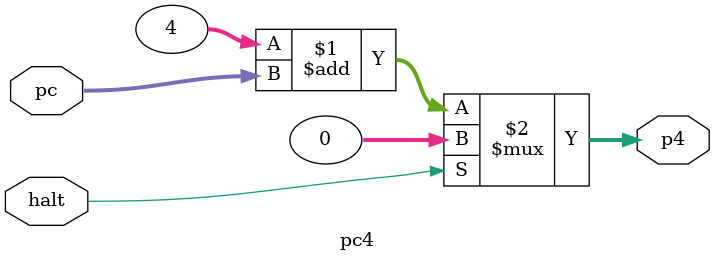
<source format=v>
 module pc4 (pc,halt, p4); // pc + 4
    input halt;
    input  [31:0] pc;
    output [31:0] p4;
    assign p4 = halt?32'b0:32'h4 + pc;
endmodule

</source>
